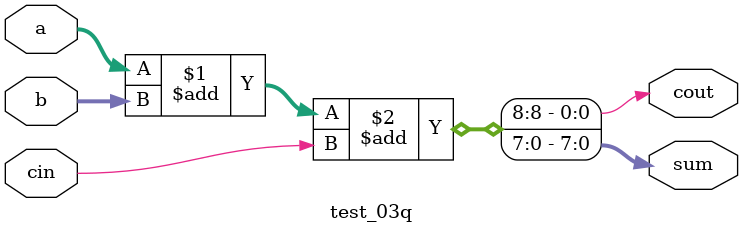
<source format=v>
`timescale 1ns / 1ps
  
  
  
module test_03q #(parameter N=8)(
    input  [N-1:0] a, b,
    input          cin,
    output [N-1:0] sum,
    output         cout
);
    assign {cout, sum} = a + b + cin;  
endmodule

</source>
